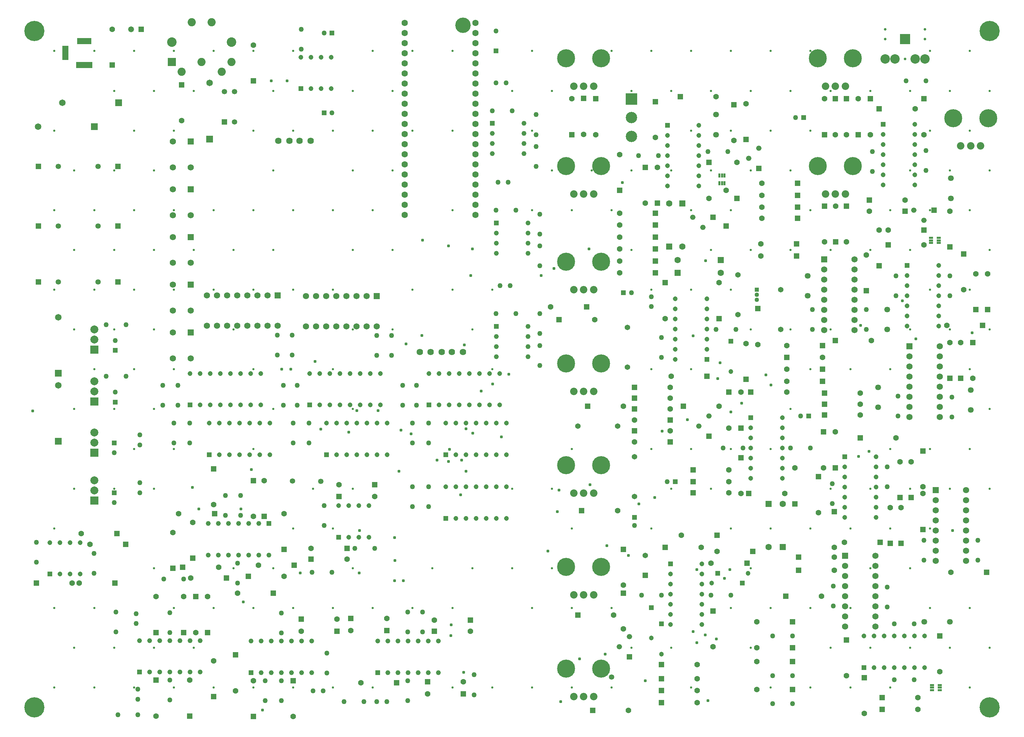
<source format=gbr>
%TF.GenerationSoftware,Altium Limited,Altium Designer,24.5.1 (21)*%
G04 Layer_Color=8388736*
%FSLAX45Y45*%
%MOMM*%
%TF.SameCoordinates,8E29BE87-1CC9-43BB-A625-A17C5A0C5C18*%
%TF.FilePolarity,Negative*%
%TF.FileFunction,Soldermask,Top*%
%TF.Part,Single*%
G01*
G75*
%TA.AperFunction,ComponentPad*%
%ADD19C,1.35000*%
%ADD22C,1.20000*%
%ADD28R,1.20000X1.20000*%
%ADD29R,1.35000X1.35000*%
%ADD32R,1.60000X1.60000*%
%ADD33C,1.60000*%
%ADD35R,1.20000X1.20000*%
%ADD38R,2.85420X2.85420*%
%ADD39C,2.85420*%
%ADD51C,2.05000*%
%ADD52C,2.39000*%
%ADD53R,2.05000X2.05000*%
%ADD58R,1.60000X1.60000*%
%TA.AperFunction,SMDPad,CuDef*%
%ADD76R,0.47600X1.07600*%
%ADD77R,1.07600X0.47600*%
%TA.AperFunction,ComponentPad*%
%ADD78C,5.07600*%
%ADD79C,1.57600*%
%ADD80R,1.57600X1.57600*%
%ADD81R,1.65100X1.65100*%
%ADD82C,1.65100*%
%ADD83C,1.42600*%
%ADD84R,1.42600X1.42600*%
%ADD85C,1.62560*%
%ADD86C,1.27600*%
%ADD87C,1.20600*%
%ADD88R,1.20600X1.20600*%
%ADD89C,4.53600*%
%ADD90C,1.87600*%
%ADD91R,1.20600X1.20600*%
%ADD92R,1.42600X1.42600*%
%ADD93R,1.27600X1.27600*%
%ADD94C,1.32600*%
%ADD95R,1.32600X1.32600*%
%ADD96C,1.37600*%
%ADD97C,1.12600*%
%ADD98R,1.12600X1.12600*%
%ADD99C,1.23500*%
%ADD100R,1.23500X1.23500*%
%ADD101C,1.60000*%
%ADD102C,3.87600*%
%ADD103R,1.27600X1.27600*%
%ADD104R,2.01100X2.01100*%
%ADD105C,2.01100*%
%ADD106C,1.35100*%
%ADD107R,1.35100X1.35100*%
%ADD108R,1.57600X3.57600*%
%ADD109R,3.57600X1.57600*%
%ADD110R,4.07600X1.57600*%
%ADD111R,1.65100X1.65100*%
%ADD112R,1.47600X1.47600*%
%ADD113C,1.47600*%
%ADD114R,1.23600X1.23600*%
%ADD115C,1.23600*%
%ADD116C,1.45700*%
%ADD117R,1.32600X1.32600*%
%ADD118R,1.37600X1.37600*%
%ADD119R,1.57600X1.57600*%
%ADD120R,2.62600X2.62600*%
%ADD121C,2.37600*%
%ADD122C,0.67600*%
%TA.AperFunction,ViaPad*%
%ADD123C,0.57600*%
%ADD124C,0.77600*%
%ADD125C,1.34600*%
D19*
X5272999Y15981000D02*
D03*
X5526999D02*
D03*
Y15218999D02*
D03*
D22*
X17518700Y3625002D02*
D03*
X18000000Y8943701D02*
D03*
X18431302Y3875004D02*
D03*
X15999998Y2243699D02*
D03*
X16250002Y1843700D02*
D03*
D28*
X18281299Y3625002D02*
D03*
X17668703Y3875004D02*
D03*
D29*
X5272999Y15218999D02*
D03*
D32*
X19300002Y4531203D02*
D03*
X18950000Y5618800D02*
D03*
X16774998Y13168803D02*
D03*
X16450000Y12081200D02*
D03*
D33*
X19300002Y5618800D02*
D03*
X18950000Y4531203D02*
D03*
X16656203Y11749999D02*
D03*
X17743800Y11425001D02*
D03*
X16774998Y12081200D02*
D03*
X16450000Y13168803D02*
D03*
D35*
X18000000Y9706300D02*
D03*
X15999998Y3006298D02*
D03*
X16250002Y2606299D02*
D03*
D38*
X15499998Y15794899D02*
D03*
D39*
Y15324998D02*
D03*
Y14855099D02*
D03*
D51*
X4449999Y17725999D02*
D03*
X4949998D02*
D03*
X4700001Y16725002D02*
D03*
X5450500D02*
D03*
X4199499Y16475999D02*
D03*
X5200498D02*
D03*
D52*
X3949502Y17226001D02*
D03*
X5450500D02*
D03*
D53*
X3949502Y16725002D02*
D03*
D58*
X17743800Y11749999D02*
D03*
X16656203Y11425001D02*
D03*
D76*
X17839999Y13674998D02*
D03*
X17775002D02*
D03*
X17709998D02*
D03*
Y13874998D02*
D03*
X17775002D02*
D03*
X17839999D02*
D03*
D77*
X23024998Y12305000D02*
D03*
Y12240001D02*
D03*
Y12174997D02*
D03*
X23224998D02*
D03*
Y12240001D02*
D03*
Y12305000D02*
D03*
X23050002Y1065002D02*
D03*
Y999998D02*
D03*
Y934999D02*
D03*
X23250002D02*
D03*
Y999998D02*
D03*
Y1065002D02*
D03*
D78*
X24500002Y499999D02*
D03*
Y17500002D02*
D03*
X499999Y499999D02*
D03*
Y17500002D02*
D03*
D79*
X7316998Y10075001D02*
D03*
X7570998D02*
D03*
X7824998D02*
D03*
X8078998D02*
D03*
X8332998D02*
D03*
X8586998D02*
D03*
X8840998D02*
D03*
X9094998D02*
D03*
X7316998Y10837001D02*
D03*
X7570998D02*
D03*
X7824998D02*
D03*
X8078998D02*
D03*
X8332998D02*
D03*
X8586998D02*
D03*
X8840998D02*
D03*
X4836003Y10094001D02*
D03*
X5090003D02*
D03*
X5344003D02*
D03*
X5598003D02*
D03*
X5852003D02*
D03*
X6106003D02*
D03*
X6360003D02*
D03*
X6614003D02*
D03*
X4836003Y10856001D02*
D03*
X5090003D02*
D03*
X5344003D02*
D03*
X5598003D02*
D03*
X5852003D02*
D03*
X6106003D02*
D03*
X6360003D02*
D03*
X3974998Y11125002D02*
D03*
Y10475001D02*
D03*
X4425000D02*
D03*
X3974998Y9924999D02*
D03*
Y9275003D02*
D03*
X4425000D02*
D03*
X3974998Y12324999D02*
D03*
Y11674998D02*
D03*
X4425000D02*
D03*
X3974998Y14725000D02*
D03*
Y14074998D02*
D03*
X4425000D02*
D03*
X3974998Y13525002D02*
D03*
Y12875002D02*
D03*
X4425000D02*
D03*
X20343999Y11510000D02*
D03*
Y11256000D02*
D03*
Y11002000D02*
D03*
Y10748000D02*
D03*
Y10494000D02*
D03*
Y10240000D02*
D03*
Y9986000D02*
D03*
X21105998Y11764000D02*
D03*
Y11510000D02*
D03*
Y11256000D02*
D03*
Y11002000D02*
D03*
Y10748000D02*
D03*
Y10494000D02*
D03*
Y10240000D02*
D03*
Y9986000D02*
D03*
X22488002Y9328998D02*
D03*
Y9074998D02*
D03*
Y8820998D02*
D03*
Y8566998D02*
D03*
Y8312998D02*
D03*
Y8058998D02*
D03*
Y7804998D02*
D03*
X23250002Y9582998D02*
D03*
Y9328998D02*
D03*
Y9074998D02*
D03*
Y8820998D02*
D03*
Y8566998D02*
D03*
Y8312998D02*
D03*
Y8058998D02*
D03*
Y7804998D02*
D03*
X20869000Y4060002D02*
D03*
Y3806002D02*
D03*
Y3552002D02*
D03*
Y3298002D02*
D03*
Y3044002D02*
D03*
Y2790002D02*
D03*
Y2536002D02*
D03*
X21631001Y4314002D02*
D03*
Y4060002D02*
D03*
Y3806002D02*
D03*
Y3552002D02*
D03*
Y3298002D02*
D03*
Y3044002D02*
D03*
Y2790002D02*
D03*
Y2536002D02*
D03*
X23144002Y5710001D02*
D03*
Y5456001D02*
D03*
Y5202001D02*
D03*
Y4948001D02*
D03*
Y4694001D02*
D03*
Y4440001D02*
D03*
Y4186001D02*
D03*
X23906001Y5964001D02*
D03*
Y5710001D02*
D03*
Y5456001D02*
D03*
Y5202001D02*
D03*
Y4948001D02*
D03*
Y4694001D02*
D03*
Y4440001D02*
D03*
Y4186001D02*
D03*
D80*
X9094998Y10837001D02*
D03*
X6614003Y10856001D02*
D03*
X4425000Y11125002D02*
D03*
Y9924999D02*
D03*
Y12324999D02*
D03*
Y14725000D02*
D03*
Y13525002D02*
D03*
D81*
X1099998Y8899997D02*
D03*
Y7189998D02*
D03*
X4900000Y14789998D02*
D03*
D82*
X1099998Y10309997D02*
D03*
Y8599998D02*
D03*
X1199998Y15699998D02*
D03*
X590001Y15100000D02*
D03*
X4900000Y16199998D02*
D03*
D83*
X18750002Y12149999D02*
D03*
Y11849999D02*
D03*
X17549998Y2025000D02*
D03*
X17500002Y4125001D02*
D03*
X18250002Y8425002D02*
D03*
X17950002Y7524999D02*
D03*
X19400002Y8699998D02*
D03*
Y9000002D02*
D03*
X20300000Y9300002D02*
D03*
X19400002Y9600001D02*
D03*
X19609999Y6520002D02*
D03*
X18250002Y5875000D02*
D03*
X19349998D02*
D03*
X17700000Y8075000D02*
D03*
X18674998Y9625000D02*
D03*
X18375000Y9650004D02*
D03*
X18150002Y14200002D02*
D03*
X4425000Y3750000D02*
D03*
X6774998Y3800003D02*
D03*
X5999998Y5300000D02*
D03*
X6274999Y6199998D02*
D03*
X5000000Y5599999D02*
D03*
X4125001Y5375001D02*
D03*
X9050000Y5799999D02*
D03*
X8150001Y6100003D02*
D03*
X7449998Y4500001D02*
D03*
X6774998Y5375001D02*
D03*
X5124999Y4025001D02*
D03*
X6125002Y4074998D02*
D03*
X8350001Y4225000D02*
D03*
X3974998Y4900000D02*
D03*
X5599999Y3375000D02*
D03*
X4475002Y5150002D02*
D03*
X7200001Y2420000D02*
D03*
X5550002Y919998D02*
D03*
X11450000Y2420000D02*
D03*
X10550002Y2695001D02*
D03*
X9349999Y2740000D02*
D03*
X8450001Y2429998D02*
D03*
X8099999Y2720000D02*
D03*
X4849998Y3285002D02*
D03*
X3550001D02*
D03*
X4549999Y2384999D02*
D03*
X4249999Y3285002D02*
D03*
X5000000Y1669999D02*
D03*
X8700003Y1119998D02*
D03*
X10375001Y845002D02*
D03*
X11274999Y1145002D02*
D03*
X3550001Y284998D02*
D03*
X4400001Y1185001D02*
D03*
X5999998Y1170000D02*
D03*
X7000001Y270002D02*
D03*
X14000002Y15799998D02*
D03*
X2449998Y17549998D02*
D03*
X4200002Y15250003D02*
D03*
X5999998Y17149998D02*
D03*
X15200000Y14400002D02*
D03*
X16474998Y8550001D02*
D03*
Y8275000D02*
D03*
Y7999999D02*
D03*
X14600002Y14900002D02*
D03*
X15575002Y7724999D02*
D03*
X14300002Y14908540D02*
D03*
X17624998Y15850002D02*
D03*
X16474998Y7450003D02*
D03*
X15575002Y7175002D02*
D03*
X16499997Y8825001D02*
D03*
X16099998Y14825000D02*
D03*
X15200000Y12924998D02*
D03*
X18075002Y14749998D02*
D03*
X18375000Y15675000D02*
D03*
X15200000Y12624999D02*
D03*
Y12324999D02*
D03*
X15850002Y13175000D02*
D03*
X16350000Y10275001D02*
D03*
X16150002Y14074998D02*
D03*
X15200000Y12025000D02*
D03*
X17449998Y13299998D02*
D03*
X17700000Y11174999D02*
D03*
X15200000Y11725001D02*
D03*
X17875002Y13499998D02*
D03*
X15200000Y11425001D02*
D03*
X19400002Y8425002D02*
D03*
X13470001Y10570002D02*
D03*
X1445001Y3625002D02*
D03*
X1620002D02*
D03*
X17950002Y6474998D02*
D03*
X1669999Y4875002D02*
D03*
X1894997Y4600001D02*
D03*
X14580000Y10250002D02*
D03*
X17950002Y6174999D02*
D03*
Y5899998D02*
D03*
X15300000Y2475001D02*
D03*
X17649998Y4425000D02*
D03*
X16750000Y4824999D02*
D03*
X15300000Y3574999D02*
D03*
X17249998Y4525000D02*
D03*
X15300000Y8075000D02*
D03*
X17149998Y1225001D02*
D03*
X15150003Y5450002D02*
D03*
X17149998Y1574998D02*
D03*
Y925002D02*
D03*
Y625003D02*
D03*
X15049998Y2824998D02*
D03*
X15424998Y425003D02*
D03*
X21399998Y11874998D02*
D03*
X21725002Y12500000D02*
D03*
X21525002Y9725000D02*
D03*
X23850002Y10999998D02*
D03*
X20630002Y13099998D02*
D03*
X24150000Y11400003D02*
D03*
X24449998D02*
D03*
X23424998Y10100000D02*
D03*
X24074998Y8774999D02*
D03*
X20350002Y12200001D02*
D03*
Y15799998D02*
D03*
X20899998Y12200001D02*
D03*
X21250002Y7850002D02*
D03*
X23499998Y9675002D02*
D03*
X21250002Y8399998D02*
D03*
X20324998Y6525001D02*
D03*
X23774998Y9675002D02*
D03*
X20899998Y14900002D02*
D03*
X22149998Y7275002D02*
D03*
X20624998Y14900002D02*
D03*
X21250002Y8124998D02*
D03*
X20624998Y7424999D02*
D03*
X22624998Y15550002D02*
D03*
X20200000Y5399999D02*
D03*
X21499998Y14900002D02*
D03*
X18774998Y13674998D02*
D03*
X22850003Y14900002D02*
D03*
X22249998Y6674998D02*
D03*
X22000002Y5524998D02*
D03*
X18774998Y13375000D02*
D03*
X20599998Y4525000D02*
D03*
X22524998Y6674998D02*
D03*
X22274997Y5524998D02*
D03*
X20599998Y4274998D02*
D03*
X18774998Y13075002D02*
D03*
X20850002Y4649998D02*
D03*
X20599998Y3950000D02*
D03*
X18774998Y12800000D02*
D03*
X22850003Y12125000D02*
D03*
X20275002Y3299998D02*
D03*
X22375002Y13250002D02*
D03*
X21199998Y15799998D02*
D03*
X21474998Y12975002D02*
D03*
X21949998Y12500000D02*
D03*
X23499998Y12975002D02*
D03*
X22824998Y6050001D02*
D03*
Y5875000D02*
D03*
X20899998Y1299997D02*
D03*
X18650002Y2650002D02*
D03*
X23525002Y3900002D02*
D03*
X18650002Y2000001D02*
D03*
Y1649999D02*
D03*
X21350000Y350002D02*
D03*
X18650002Y950001D02*
D03*
X22700000Y450002D02*
D03*
Y750001D02*
D03*
X23250002Y1399997D02*
D03*
D84*
X19649998Y12149999D02*
D03*
Y11849999D02*
D03*
X18399998Y4125001D02*
D03*
X20300000Y8699998D02*
D03*
Y9000002D02*
D03*
X19400002Y9300002D02*
D03*
X20300000Y9600001D02*
D03*
X18450002Y5875000D02*
D03*
X16800002Y8075000D02*
D03*
X5324998Y3750000D02*
D03*
X5875000Y3800003D02*
D03*
X5024999Y5375001D02*
D03*
X8150001Y5799999D02*
D03*
X9050000Y6100003D02*
D03*
X8350001Y4500001D02*
D03*
X4225000Y4025001D02*
D03*
X7025000Y4074998D02*
D03*
X7449998Y4225000D02*
D03*
X6500002Y3375000D02*
D03*
X8099999Y2420000D02*
D03*
X10550002D02*
D03*
X11450000Y2695001D02*
D03*
X8450001Y2740000D02*
D03*
X9349999Y2429998D02*
D03*
X7200001Y2720000D02*
D03*
X9600001Y1119998D02*
D03*
X11274999Y845002D02*
D03*
X10375001Y1145002D02*
D03*
X15575002Y8550001D02*
D03*
Y8275000D02*
D03*
Y7999999D02*
D03*
X16474998Y7724999D02*
D03*
X16725002Y15850002D02*
D03*
X15575002Y7450003D02*
D03*
X16474998Y7175002D02*
D03*
X17400002Y8825001D02*
D03*
X16100003Y12924998D02*
D03*
Y12624999D02*
D03*
Y12324999D02*
D03*
Y12025000D02*
D03*
Y11725001D02*
D03*
Y11425001D02*
D03*
X18499998Y8425002D02*
D03*
X14370000Y10570002D02*
D03*
X544998Y3625002D02*
D03*
X2520000D02*
D03*
X17049998Y6474998D02*
D03*
X2569997Y4875002D02*
D03*
X2795001Y4600001D02*
D03*
X13679997Y10250002D02*
D03*
X17049998Y6174999D02*
D03*
Y5899998D02*
D03*
X18550002Y4425000D02*
D03*
X17650003Y4824999D02*
D03*
X16350000Y4525000D02*
D03*
X14400002Y8075000D02*
D03*
X16250002Y1225001D02*
D03*
X14249998Y5450002D02*
D03*
X16250002Y1574998D02*
D03*
Y925002D02*
D03*
Y625003D02*
D03*
X14150000Y2824998D02*
D03*
X14525000Y425003D02*
D03*
X20624998Y9725000D02*
D03*
X24325002Y10100000D02*
D03*
X20349997Y7850002D02*
D03*
Y8399998D02*
D03*
X21250002Y7275002D02*
D03*
X20349997Y8124998D02*
D03*
X21725002Y15550002D02*
D03*
X19675003Y13674998D02*
D03*
Y13375000D02*
D03*
X19700002Y4274998D02*
D03*
X19675003Y13075002D02*
D03*
X21750000Y4649998D02*
D03*
X19700002Y3950000D02*
D03*
X19675003Y12800000D02*
D03*
X21949998Y12125000D02*
D03*
X19374998Y3299998D02*
D03*
X21474998Y13250002D02*
D03*
X22375002Y12975002D02*
D03*
X22850003Y12500000D02*
D03*
X19549998Y2650002D02*
D03*
X24425002Y3900002D02*
D03*
X19549998Y2000001D02*
D03*
Y1649999D02*
D03*
Y950001D02*
D03*
X21800002Y450002D02*
D03*
Y750001D02*
D03*
D85*
X11265002Y9434998D02*
D03*
X10985602Y9434982D02*
D03*
X10731602D02*
D03*
X10452202D02*
D03*
X10185502D02*
D03*
X6626850Y14743288D02*
D03*
X6906250Y14743303D02*
D03*
X7160250D02*
D03*
X7439650D02*
D03*
D86*
X22100002Y1199998D02*
D03*
X22600002D02*
D03*
X2300000Y10124999D02*
D03*
X2799999D02*
D03*
X22900000Y14000002D02*
D03*
Y14500002D02*
D03*
X21550000Y14474998D02*
D03*
Y13974998D02*
D03*
X18000000Y3325002D02*
D03*
X17500002D02*
D03*
X16250002D02*
D03*
X15750002D02*
D03*
X16399998Y6174999D02*
D03*
X20000002Y7025000D02*
D03*
X19500002D02*
D03*
X18299998D02*
D03*
X17800000D02*
D03*
X15999998Y10575000D02*
D03*
Y10825002D02*
D03*
X16250002Y9300002D02*
D03*
Y9800001D02*
D03*
X17624998Y10000000D02*
D03*
X18124998D02*
D03*
X7975001Y3900002D02*
D03*
X7475002D02*
D03*
X5599999Y3625002D02*
D03*
Y4125001D02*
D03*
X5300000Y5324998D02*
D03*
Y5825002D02*
D03*
X5675000Y5324998D02*
D03*
Y5825002D02*
D03*
X7775001Y5075001D02*
D03*
Y5575000D02*
D03*
X9050000Y4500001D02*
D03*
X8550001D02*
D03*
X4249999Y3725001D02*
D03*
X3750000D02*
D03*
X2550003Y2400000D02*
D03*
Y2899999D02*
D03*
X7850002Y1869999D02*
D03*
Y1370000D02*
D03*
X6700002Y2369998D02*
D03*
Y2870002D02*
D03*
X9875002Y2395002D02*
D03*
Y2895001D02*
D03*
X10250002D02*
D03*
Y2395002D02*
D03*
X3900002Y2384999D02*
D03*
Y2884998D02*
D03*
X3050002Y2859999D02*
D03*
Y2610002D02*
D03*
X9875002Y1170000D02*
D03*
Y670001D02*
D03*
X11550000Y1320002D02*
D03*
Y819998D02*
D03*
X9100002Y645003D02*
D03*
X9349999D02*
D03*
X8275000D02*
D03*
X8774999D02*
D03*
X3099999Y710001D02*
D03*
Y959998D02*
D03*
X2600000Y319999D02*
D03*
X3099999D02*
D03*
X3900002Y1185001D02*
D03*
Y685002D02*
D03*
X6299998Y670001D02*
D03*
Y1170000D02*
D03*
X6700002D02*
D03*
Y670001D02*
D03*
X7750002Y919998D02*
D03*
X7500000D02*
D03*
X10000000Y6050001D02*
D03*
Y5550002D02*
D03*
X10400000D02*
D03*
Y6050001D02*
D03*
X12100001Y17500002D02*
D03*
X10100000Y8099999D02*
D03*
Y8599998D02*
D03*
X9749998Y8099999D02*
D03*
Y8599998D02*
D03*
X3725001Y8099999D02*
D03*
Y8599998D02*
D03*
X4100002D02*
D03*
Y8099999D02*
D03*
X2500000Y6900001D02*
D03*
X2799999Y8825001D02*
D03*
X2300000D02*
D03*
X2524999Y8425002D02*
D03*
Y9725000D02*
D03*
X3150001Y7100001D02*
D03*
Y7349998D02*
D03*
Y5899998D02*
D03*
Y6150000D02*
D03*
X2500000Y5650001D02*
D03*
X7975001Y15450002D02*
D03*
X7775001Y17449998D02*
D03*
X7200001Y17049998D02*
D03*
Y17549998D02*
D03*
X4000002Y7149998D02*
D03*
Y7649997D02*
D03*
X9100002Y9349999D02*
D03*
Y9849998D02*
D03*
X9475003D02*
D03*
Y9349999D02*
D03*
X6749999Y8099999D02*
D03*
Y8599998D02*
D03*
X12349998Y16199998D02*
D03*
X12100001D02*
D03*
Y10400000D02*
D03*
X12600000D02*
D03*
X12100001Y12999998D02*
D03*
X12600000D02*
D03*
X12400001Y13699998D02*
D03*
X12149999D02*
D03*
X13099998Y15400000D02*
D03*
Y14900002D02*
D03*
Y14600002D02*
D03*
Y14100002D02*
D03*
X13199998Y12900000D02*
D03*
Y12400001D02*
D03*
Y12100001D02*
D03*
Y11600002D02*
D03*
Y10400000D02*
D03*
Y9900001D02*
D03*
Y9600001D02*
D03*
Y9100002D02*
D03*
X12000001Y15499998D02*
D03*
X12500000D02*
D03*
X7100001Y8099999D02*
D03*
Y8599998D02*
D03*
X12449998Y11099998D02*
D03*
X12200001D02*
D03*
X6975003Y9862500D02*
D03*
Y9362501D02*
D03*
X6598427D02*
D03*
Y9862500D02*
D03*
X15575002Y5075001D02*
D03*
X17424998Y14475003D02*
D03*
X17924998D02*
D03*
X15675000Y14375003D02*
D03*
X16174998D02*
D03*
X15499998Y10925002D02*
D03*
X544998Y4149999D02*
D03*
Y4649998D02*
D03*
X1994997Y4375003D02*
D03*
Y3874999D02*
D03*
X21399998Y10000000D02*
D03*
Y10499999D02*
D03*
X23550002Y7800000D02*
D03*
Y8299999D02*
D03*
X23499998Y10850001D02*
D03*
Y11350000D02*
D03*
X22149998D02*
D03*
Y10850001D02*
D03*
X20049998Y10000000D02*
D03*
Y10499999D02*
D03*
X22200002Y7824998D02*
D03*
Y8325002D02*
D03*
X19749998Y7824998D02*
D03*
X21925002Y6050001D02*
D03*
Y6550000D02*
D03*
X20550002Y5624998D02*
D03*
Y6125002D02*
D03*
X21925002Y3525002D02*
D03*
Y3024998D02*
D03*
X19625000Y15324998D02*
D03*
X20575002Y3550001D02*
D03*
Y3050002D02*
D03*
X24200002Y4200002D02*
D03*
Y4700001D02*
D03*
X22850003Y4200002D02*
D03*
Y4700001D02*
D03*
X19050000Y2300000D02*
D03*
X19549998D02*
D03*
X22100002Y2600000D02*
D03*
X22600002D02*
D03*
X19050000Y1300002D02*
D03*
X19549998D02*
D03*
X19050000Y599999D02*
D03*
X19549998D02*
D03*
X22400002Y16250002D02*
D03*
X22900000D02*
D03*
X4400001Y7649997D02*
D03*
Y7149998D02*
D03*
X7000001Y7649997D02*
D03*
Y7149998D02*
D03*
X7400000Y7649997D02*
D03*
Y7149998D02*
D03*
X10000000D02*
D03*
Y7649997D02*
D03*
X10400000D02*
D03*
Y7149998D02*
D03*
D87*
X4888001Y7647000D02*
D03*
X5142001D02*
D03*
X5396001D02*
D03*
X5650001D02*
D03*
X5904001D02*
D03*
X6158001D02*
D03*
X6412001D02*
D03*
Y6853001D02*
D03*
X6158001D02*
D03*
X5904001D02*
D03*
X5650001D02*
D03*
X5396001D02*
D03*
X5142001D02*
D03*
X22622002Y15162003D02*
D03*
Y14908002D02*
D03*
Y14654002D02*
D03*
Y14400002D02*
D03*
Y14146002D02*
D03*
Y13892001D02*
D03*
Y13638002D02*
D03*
X21828003D02*
D03*
Y13892001D02*
D03*
Y14146002D02*
D03*
Y14400002D02*
D03*
Y14654002D02*
D03*
Y14908002D02*
D03*
X17272000Y4112001D02*
D03*
Y3858001D02*
D03*
Y3604001D02*
D03*
Y3350001D02*
D03*
Y3096001D02*
D03*
Y2842001D02*
D03*
Y2588001D02*
D03*
X16478001D02*
D03*
Y2842001D02*
D03*
Y3096001D02*
D03*
Y3350001D02*
D03*
Y3604001D02*
D03*
Y3858001D02*
D03*
X19293997Y7787000D02*
D03*
Y7533000D02*
D03*
Y7279000D02*
D03*
Y7025000D02*
D03*
Y6771000D02*
D03*
Y6517000D02*
D03*
Y6263000D02*
D03*
X18499998D02*
D03*
Y6517000D02*
D03*
Y6771000D02*
D03*
Y7025000D02*
D03*
Y7279000D02*
D03*
Y7533000D02*
D03*
X16603000Y9246001D02*
D03*
Y9500001D02*
D03*
Y9754001D02*
D03*
Y10008001D02*
D03*
Y10262001D02*
D03*
Y10516001D02*
D03*
Y10770001D02*
D03*
X17396999D02*
D03*
Y10516001D02*
D03*
Y10262001D02*
D03*
Y10008001D02*
D03*
Y9754001D02*
D03*
Y9500001D02*
D03*
X8144002Y5572003D02*
D03*
X8398002D02*
D03*
X8652002D02*
D03*
X8906002D02*
D03*
Y4777999D02*
D03*
X8652002D02*
D03*
X8398002D02*
D03*
X10838002Y6046998D02*
D03*
X11092002D02*
D03*
X11346002D02*
D03*
X11600002D02*
D03*
X11854002D02*
D03*
X12108002D02*
D03*
X12362002D02*
D03*
Y5252999D02*
D03*
X12108002D02*
D03*
X11854002D02*
D03*
X11600002D02*
D03*
X11346002D02*
D03*
X11092002D02*
D03*
X10664998Y8103001D02*
D03*
X10918998D02*
D03*
X11172998D02*
D03*
X11426998D02*
D03*
X11680998D02*
D03*
X11934998D02*
D03*
X12188998D02*
D03*
Y8897000D02*
D03*
X11934998D02*
D03*
X11680998D02*
D03*
X11426998D02*
D03*
X11172998D02*
D03*
X10918998D02*
D03*
X10664998D02*
D03*
X10410998D02*
D03*
X4665000Y8103001D02*
D03*
X4919000D02*
D03*
X5173000D02*
D03*
X5427000D02*
D03*
X5681000D02*
D03*
X5935000D02*
D03*
X6189000D02*
D03*
Y8897000D02*
D03*
X5935000D02*
D03*
X5681000D02*
D03*
X5427000D02*
D03*
X5173000D02*
D03*
X4919000D02*
D03*
X4665000D02*
D03*
X4411000D02*
D03*
X7448001Y16052998D02*
D03*
X7702001D02*
D03*
X7956001D02*
D03*
Y16847002D02*
D03*
X7702001D02*
D03*
X7448001D02*
D03*
X7194001D02*
D03*
X7664999Y8103001D02*
D03*
X7918999D02*
D03*
X8172999D02*
D03*
X8426999D02*
D03*
X8680999D02*
D03*
X8934999D02*
D03*
X9188999D02*
D03*
Y8897000D02*
D03*
X8934999D02*
D03*
X8680999D02*
D03*
X8426999D02*
D03*
X8172999D02*
D03*
X7918999D02*
D03*
X7664999D02*
D03*
X7410999D02*
D03*
X16403000Y14883003D02*
D03*
Y14629002D02*
D03*
Y14375003D02*
D03*
Y14121004D02*
D03*
Y13867003D02*
D03*
Y13613004D02*
D03*
X17196999D02*
D03*
Y13867003D02*
D03*
Y14121004D02*
D03*
Y14375003D02*
D03*
Y14629002D02*
D03*
Y14883003D02*
D03*
Y15137003D02*
D03*
X1143000Y3853002D02*
D03*
X1397000D02*
D03*
X1651000D02*
D03*
Y4647001D02*
D03*
X1397000D02*
D03*
X1143000D02*
D03*
X889000D02*
D03*
X22428001Y11358001D02*
D03*
Y11104001D02*
D03*
Y10850001D02*
D03*
Y10596001D02*
D03*
Y10342001D02*
D03*
Y10088001D02*
D03*
X23222002D02*
D03*
Y10342001D02*
D03*
Y10596001D02*
D03*
Y10850001D02*
D03*
Y11104001D02*
D03*
Y11358001D02*
D03*
Y11612001D02*
D03*
X20856001Y6545001D02*
D03*
Y6291001D02*
D03*
Y6037001D02*
D03*
Y5783001D02*
D03*
Y5529001D02*
D03*
Y5275001D02*
D03*
X21650000D02*
D03*
Y5529001D02*
D03*
Y5783001D02*
D03*
Y6037001D02*
D03*
Y6291001D02*
D03*
Y6545001D02*
D03*
Y6799001D02*
D03*
X21592001Y1502999D02*
D03*
X21846002D02*
D03*
X22100002D02*
D03*
X22354002D02*
D03*
X22608002D02*
D03*
X22862003D02*
D03*
Y2296998D02*
D03*
X22608002D02*
D03*
X22354002D02*
D03*
X22100002D02*
D03*
X21846002D02*
D03*
X21592001D02*
D03*
X21338002D02*
D03*
X8091998Y6853001D02*
D03*
X8345998D02*
D03*
X8599998D02*
D03*
X8853998D02*
D03*
X9107998D02*
D03*
X9361998D02*
D03*
Y7647000D02*
D03*
X9107998D02*
D03*
X8853998D02*
D03*
X8599998D02*
D03*
X8345998D02*
D03*
X8091998D02*
D03*
X7837998D02*
D03*
X11092002Y6853001D02*
D03*
X11346002D02*
D03*
X11600002D02*
D03*
X11854002D02*
D03*
X12108002D02*
D03*
X12362002D02*
D03*
Y7647000D02*
D03*
X12108002D02*
D03*
X11854002D02*
D03*
X11600002D02*
D03*
X11346002D02*
D03*
X11092002D02*
D03*
X10838002D02*
D03*
D88*
X4888001Y6853001D02*
D03*
X8144002Y4777999D02*
D03*
X10838002Y5252999D02*
D03*
X10410998Y8103001D02*
D03*
X4411000D02*
D03*
X7194001Y16052998D02*
D03*
X7410999Y8103001D02*
D03*
X889000Y3853002D02*
D03*
X21338002Y1502999D02*
D03*
X7837998Y6853001D02*
D03*
X10838002D02*
D03*
D89*
X21065002Y16814998D02*
D03*
X20184999D02*
D03*
X13859998Y14108333D02*
D03*
X14740001D02*
D03*
X13859998Y16814998D02*
D03*
X14740001D02*
D03*
X13859998Y11701668D02*
D03*
X14740001D02*
D03*
X13859998Y9145001D02*
D03*
X14740001D02*
D03*
X13859998Y6588333D02*
D03*
X14740001D02*
D03*
X13859998Y4031666D02*
D03*
X14740001D02*
D03*
X13859998Y1474998D02*
D03*
X14740001D02*
D03*
X20184999Y14108333D02*
D03*
X21065002D02*
D03*
X23585002Y15315001D02*
D03*
X24465001D02*
D03*
D90*
X20875000Y16114999D02*
D03*
X20624998D02*
D03*
X20375002D02*
D03*
X14050000Y13408334D02*
D03*
X14300002D02*
D03*
X14549998D02*
D03*
X14050000Y16114999D02*
D03*
X14300002D02*
D03*
X14549998D02*
D03*
X14050000Y11001665D02*
D03*
X14300002D02*
D03*
X14549998D02*
D03*
X14050000Y8445002D02*
D03*
X14300002D02*
D03*
X14549998D02*
D03*
X14050000Y5888335D02*
D03*
X14300002D02*
D03*
X14549998D02*
D03*
X14050000Y3331667D02*
D03*
X14300002D02*
D03*
X14549998D02*
D03*
X14050000Y775000D02*
D03*
X14300002D02*
D03*
X14549998D02*
D03*
X20375002Y13408334D02*
D03*
X20624998D02*
D03*
X20875000D02*
D03*
X23774998Y14614996D02*
D03*
X24025002D02*
D03*
X24274998D02*
D03*
D91*
X21828003Y15162003D02*
D03*
X16478001Y4112001D02*
D03*
X18499998Y7787000D02*
D03*
X17396999Y9246001D02*
D03*
X16403000Y15137003D02*
D03*
X22428001Y11612001D02*
D03*
X20856001Y6799001D02*
D03*
D92*
X17549998Y2925003D02*
D03*
X18250002Y7524999D02*
D03*
X17950002Y8425002D02*
D03*
X19609999Y5619999D02*
D03*
X18250002Y6775003D02*
D03*
X18674998Y10525003D02*
D03*
X18375000Y8750000D02*
D03*
X18150002Y13299998D02*
D03*
X5999998Y6199998D02*
D03*
X6274999Y5300000D02*
D03*
X5000000Y6500002D02*
D03*
X6774998Y4475002D02*
D03*
X3974998Y4000002D02*
D03*
X4475002Y4249999D02*
D03*
X5550002Y1820001D02*
D03*
X4849998Y2384999D02*
D03*
X3550001D02*
D03*
X4549999Y3285002D02*
D03*
X4249999Y2384999D02*
D03*
X5000000Y770001D02*
D03*
X3550001Y1185001D02*
D03*
X4400001Y284998D02*
D03*
X5999998Y270002D02*
D03*
X7000001Y1170000D02*
D03*
X14000002Y14900002D02*
D03*
X2449998Y16650000D02*
D03*
X4200002Y16150002D02*
D03*
X5999998Y16250002D02*
D03*
X15200000Y13499998D02*
D03*
X14600002Y15799998D02*
D03*
X14300002Y15808543D02*
D03*
X16099998Y15725003D02*
D03*
X18075002Y15650002D02*
D03*
X18375000Y14775002D02*
D03*
X15850002Y14074998D02*
D03*
X16350000Y11174999D02*
D03*
X16150002Y13175000D02*
D03*
X17449998Y14200002D02*
D03*
X17700000Y10275001D02*
D03*
X17875002Y12600000D02*
D03*
X15300000Y3375000D02*
D03*
Y4475002D02*
D03*
X21399998Y10975000D02*
D03*
X21725002Y11600002D02*
D03*
X23850002Y11900002D02*
D03*
X20630002Y12200001D02*
D03*
X24150000Y10499999D02*
D03*
X24449998D02*
D03*
X24074998Y9675002D02*
D03*
X20350002Y13099998D02*
D03*
Y14900002D02*
D03*
X20899998Y13099998D02*
D03*
X23499998Y8774999D02*
D03*
X20324998Y7424999D02*
D03*
X23774998Y8774999D02*
D03*
X20899998Y15799998D02*
D03*
X20624998D02*
D03*
Y6525001D02*
D03*
X20200000Y6300003D02*
D03*
X21499998Y15799998D02*
D03*
X22850003D02*
D03*
X22249998Y5775000D02*
D03*
X22000002Y4625000D02*
D03*
X20599998Y5424998D02*
D03*
X22524998Y5775000D02*
D03*
X22274997Y4625000D02*
D03*
X21199998Y14900002D02*
D03*
X23499998Y12075003D02*
D03*
X22824998Y6949999D02*
D03*
Y4975001D02*
D03*
X20899998Y2200001D02*
D03*
X21350000Y1250000D02*
D03*
X23250002Y2300000D02*
D03*
D93*
X16600002Y6174999D02*
D03*
X7775001Y15450002D02*
D03*
X7975001Y17449998D02*
D03*
X15300000Y10925002D02*
D03*
X19949998Y7824998D02*
D03*
X19825000Y15324998D02*
D03*
D94*
X17446498Y7829001D02*
D03*
X17192497Y7575001D02*
D03*
X18696498Y14554002D02*
D03*
X18442497Y14300002D02*
D03*
X17295998Y12570998D02*
D03*
X17041998Y12824998D02*
D03*
X15192502Y2025000D02*
D03*
X15446503Y2279000D02*
D03*
X22850003Y12742499D02*
D03*
X22596004Y12996500D02*
D03*
D95*
X17446498Y7321001D02*
D03*
X18696498Y14046002D02*
D03*
X15446503Y1771000D02*
D03*
D96*
X18175000Y11374999D02*
D03*
Y10375001D02*
D03*
X19250000Y10999998D02*
D03*
Y10000000D02*
D03*
X15400000Y10050003D02*
D03*
Y9050000D02*
D03*
X14150000Y7575001D02*
D03*
X15149998D02*
D03*
X15575002Y5799999D02*
D03*
Y6800002D02*
D03*
X15850002Y4325000D02*
D03*
D97*
X18650002Y10748000D02*
D03*
Y10875000D02*
D03*
D98*
Y11002000D02*
D03*
D99*
X6386998Y4328099D02*
D03*
X6132998D02*
D03*
X5878998D02*
D03*
X5624998D02*
D03*
X5370998D02*
D03*
X5116998D02*
D03*
X4862998D02*
D03*
Y5121900D02*
D03*
X5116998D02*
D03*
X5370998D02*
D03*
X5624998D02*
D03*
X5878998D02*
D03*
X6132998D02*
D03*
X5938002Y2166899D02*
D03*
X6192002D02*
D03*
X6446002D02*
D03*
X6700002D02*
D03*
X6954002D02*
D03*
X7208002D02*
D03*
X7462002D02*
D03*
Y1373099D02*
D03*
X7208002D02*
D03*
X6954002D02*
D03*
X6700002D02*
D03*
X6446002D02*
D03*
X6192002D02*
D03*
X9121003Y2169998D02*
D03*
X9375003D02*
D03*
X9629003D02*
D03*
X9883003D02*
D03*
X10137003D02*
D03*
X10391003D02*
D03*
X10645003D02*
D03*
Y1376202D02*
D03*
X10391003D02*
D03*
X10137003D02*
D03*
X9883003D02*
D03*
X9629003D02*
D03*
X9375003D02*
D03*
X3138002Y2181901D02*
D03*
X3392002D02*
D03*
X3646002D02*
D03*
X3900002D02*
D03*
X4154002D02*
D03*
X4408002D02*
D03*
X4662002D02*
D03*
Y1388100D02*
D03*
X4408002D02*
D03*
X4154002D02*
D03*
X3900002D02*
D03*
X3646002D02*
D03*
X3392002D02*
D03*
D100*
X6386998Y5121900D02*
D03*
X5938002Y1373099D02*
D03*
X9121003Y1376202D02*
D03*
X3138002Y1388100D02*
D03*
D101*
X11582959Y17703400D02*
D03*
Y17449399D02*
D03*
Y17195399D02*
D03*
Y16941399D02*
D03*
Y16687399D02*
D03*
Y16433398D02*
D03*
Y16179399D02*
D03*
Y15925398D02*
D03*
Y15671399D02*
D03*
Y15417400D02*
D03*
Y15163399D02*
D03*
Y14909399D02*
D03*
Y14655399D02*
D03*
Y14401399D02*
D03*
Y14147398D02*
D03*
Y13893399D02*
D03*
Y13639400D02*
D03*
Y13385399D02*
D03*
Y13131400D02*
D03*
Y12877399D02*
D03*
X9804959D02*
D03*
Y13131400D02*
D03*
Y13385399D02*
D03*
Y13639400D02*
D03*
Y13893399D02*
D03*
Y14147398D02*
D03*
Y14401399D02*
D03*
Y14655399D02*
D03*
Y14909399D02*
D03*
Y15163399D02*
D03*
Y15417400D02*
D03*
Y15671399D02*
D03*
Y15925398D02*
D03*
Y16179399D02*
D03*
Y16433398D02*
D03*
Y16687399D02*
D03*
Y16941399D02*
D03*
Y17195399D02*
D03*
Y17449399D02*
D03*
Y17703400D02*
D03*
D102*
X11265002Y17647519D02*
D03*
D103*
X12100001Y17000002D02*
D03*
X2500000Y7149998D02*
D03*
X2524999Y8175000D02*
D03*
Y9475003D02*
D03*
X2500000Y5899998D02*
D03*
X15575002Y5275001D02*
D03*
D104*
X2000001Y5699999D02*
D03*
Y8191998D02*
D03*
Y6900001D02*
D03*
Y9492000D02*
D03*
D105*
Y5953999D02*
D03*
Y6207999D02*
D03*
Y8445998D02*
D03*
Y8699998D02*
D03*
Y7154001D02*
D03*
Y7408001D02*
D03*
Y9746000D02*
D03*
Y10000000D02*
D03*
D106*
X1099998Y14100002D02*
D03*
X2100001D02*
D03*
X1099998Y12600000D02*
D03*
X2100001D02*
D03*
X1099998Y11199998D02*
D03*
X2100001D02*
D03*
D107*
X599999Y14100002D02*
D03*
X2600000D02*
D03*
X599999Y12600000D02*
D03*
X2600000D02*
D03*
X599999Y11199998D02*
D03*
X2600000D02*
D03*
D108*
X1280003Y16949998D02*
D03*
D109*
X1749999Y17249998D02*
D03*
D110*
Y16650000D02*
D03*
D111*
X2610002Y15699998D02*
D03*
X2000001Y15100000D02*
D03*
D112*
X3177002Y17549998D02*
D03*
D113*
X2922991D02*
D03*
D114*
X12002999Y15181001D02*
D03*
X12102998Y12681001D02*
D03*
Y10081001D02*
D03*
D115*
X12002999Y14927000D02*
D03*
Y14673001D02*
D03*
Y14419000D02*
D03*
X12796998D02*
D03*
Y14673001D02*
D03*
Y14927000D02*
D03*
Y15181001D02*
D03*
X12102998Y12427001D02*
D03*
Y12173001D02*
D03*
Y11919001D02*
D03*
X12897002D02*
D03*
Y12173001D02*
D03*
Y12427001D02*
D03*
Y12681001D02*
D03*
X12102998Y9827001D02*
D03*
Y9573001D02*
D03*
Y9319001D02*
D03*
X12897002D02*
D03*
Y9573001D02*
D03*
Y9827001D02*
D03*
Y10081001D02*
D03*
D116*
X17624998Y14900002D02*
D03*
Y15400000D02*
D03*
X21925002Y10000000D02*
D03*
Y10499999D02*
D03*
X19925000Y11350000D02*
D03*
Y10850001D02*
D03*
X21700002Y8050002D02*
D03*
Y8550001D02*
D03*
X24025002Y7975001D02*
D03*
Y8475000D02*
D03*
X23525002Y13799998D02*
D03*
Y13299998D02*
D03*
X23499998Y2649997D02*
D03*
X22860001D02*
D03*
D117*
X17549998Y12824998D02*
D03*
X23104002Y12996500D02*
D03*
D118*
X15850002Y3825001D02*
D03*
D119*
X20343999Y11764000D02*
D03*
X22488002Y9582998D02*
D03*
X20869000Y4314002D02*
D03*
X23144002Y5964001D02*
D03*
D120*
X22375002Y17300002D02*
D03*
D121*
X21874998Y16800002D02*
D03*
X22875002D02*
D03*
X22125000D02*
D03*
X22624998D02*
D03*
D122*
X21874998Y17549998D02*
D03*
Y17300002D02*
D03*
X22375002Y16800002D02*
D03*
X22875002Y17300002D02*
D03*
Y17549998D02*
D03*
D123*
X24000002Y17000002D02*
D03*
X24500002Y16000002D02*
D03*
X24000002Y15000000D02*
D03*
X24500002Y14000000D02*
D03*
X24000002Y13000000D02*
D03*
X24500002Y12000000D02*
D03*
X24000002Y11000000D02*
D03*
X24500002Y10000000D02*
D03*
X24000002Y9000000D02*
D03*
X24500002Y8000000D02*
D03*
X24000002Y7000000D02*
D03*
X24500002Y6000000D02*
D03*
X24000002Y3000000D02*
D03*
X24500002Y2000000D02*
D03*
X24000002Y1000000D02*
D03*
X23000002Y17000002D02*
D03*
X23500002Y16000002D02*
D03*
X23000002Y15000000D02*
D03*
X23500002Y14000000D02*
D03*
X23000002Y13000000D02*
D03*
Y11000000D02*
D03*
X23500002Y10000000D02*
D03*
X23000002Y7000000D02*
D03*
X23500002Y6000000D02*
D03*
X23000002Y5000000D02*
D03*
Y3000000D02*
D03*
X23500002Y2000000D02*
D03*
X22500002Y16000002D02*
D03*
Y14000000D02*
D03*
X22000002Y13000000D02*
D03*
X22500002Y12000000D02*
D03*
Y10000000D02*
D03*
X22000002Y9000000D02*
D03*
Y7000000D02*
D03*
X22500002Y6000000D02*
D03*
X22000002Y5000000D02*
D03*
X22500002Y4000000D02*
D03*
Y2000000D02*
D03*
X22000002Y1000000D02*
D03*
X21500002Y16000002D02*
D03*
Y12000000D02*
D03*
X21000002Y9000000D02*
D03*
X21500002Y6000000D02*
D03*
X21000002Y5000000D02*
D03*
X21500002Y4000000D02*
D03*
X21000002Y3000000D02*
D03*
X21500002Y2000000D02*
D03*
X21000002Y1000000D02*
D03*
X20000002Y17000002D02*
D03*
X20500002Y16000002D02*
D03*
X20000002Y15000000D02*
D03*
Y13000000D02*
D03*
X20500002Y12000000D02*
D03*
Y10000000D02*
D03*
X20000002Y9000000D02*
D03*
X20500002Y6000000D02*
D03*
X20000002Y5000000D02*
D03*
Y3000000D02*
D03*
X20500002Y2000000D02*
D03*
X20000002Y1000000D02*
D03*
X19000002Y17000002D02*
D03*
X19500002Y16000002D02*
D03*
X19000002Y15000000D02*
D03*
X19500002Y14000000D02*
D03*
Y12000000D02*
D03*
Y10000000D02*
D03*
Y8000000D02*
D03*
X19000002Y7000000D02*
D03*
Y5000000D02*
D03*
Y3000000D02*
D03*
Y1000000D02*
D03*
X18000002Y17000002D02*
D03*
X18500002Y16000002D02*
D03*
X18000002Y15000000D02*
D03*
X18500002Y14000000D02*
D03*
X18000002Y13000000D02*
D03*
X18500002Y12000000D02*
D03*
X18000002Y11000000D02*
D03*
X18500002Y10000000D02*
D03*
X18000002Y7000000D02*
D03*
Y5000000D02*
D03*
X18500002Y4000000D02*
D03*
X18000002Y3000000D02*
D03*
X18500002Y2000000D02*
D03*
X17000002Y17000002D02*
D03*
X17500002Y16000002D02*
D03*
X17000002Y15000000D02*
D03*
X17500002Y14000000D02*
D03*
X17000002Y13000000D02*
D03*
X17500002Y12000000D02*
D03*
X17000002Y11000000D02*
D03*
Y9000000D02*
D03*
Y7000000D02*
D03*
X17500002Y6000000D02*
D03*
X17000002Y1000000D02*
D03*
X16000002Y17000002D02*
D03*
X16500002Y16000002D02*
D03*
Y14000000D02*
D03*
X16000002Y11000000D02*
D03*
Y9000000D02*
D03*
Y7000000D02*
D03*
X16500002Y6000000D02*
D03*
X16000002Y5000000D02*
D03*
X16500002Y2000000D02*
D03*
X15000000Y17000002D02*
D03*
X15500000Y16000002D02*
D03*
Y14000000D02*
D03*
X15000000Y13000000D02*
D03*
X15500000Y12000000D02*
D03*
X15000000Y3000000D02*
D03*
X15500000Y2000000D02*
D03*
X15000000Y1000000D02*
D03*
X14500000Y14000000D02*
D03*
X14000000Y13000000D02*
D03*
Y7000000D02*
D03*
Y5000000D02*
D03*
Y3000000D02*
D03*
Y1000000D02*
D03*
X13000000Y17000002D02*
D03*
X13500000Y16000002D02*
D03*
X13000000Y15000000D02*
D03*
X13500000Y14000000D02*
D03*
X13000000Y13000000D02*
D03*
X13500000Y6000000D02*
D03*
Y4000000D02*
D03*
X13000000Y3000000D02*
D03*
Y1000000D02*
D03*
X12500000Y16000002D02*
D03*
X12000000Y11000000D02*
D03*
Y9000000D02*
D03*
X12500000Y6000000D02*
D03*
Y4000000D02*
D03*
X12000000Y1000000D02*
D03*
X11000000Y17000002D02*
D03*
Y15000000D02*
D03*
Y13000000D02*
D03*
Y11000000D02*
D03*
X11500000Y10000000D02*
D03*
Y4000000D02*
D03*
X11000000Y3000000D02*
D03*
Y1000000D02*
D03*
X10000000Y17000002D02*
D03*
Y15000000D02*
D03*
Y11000000D02*
D03*
X10500000Y4000000D02*
D03*
X10000000Y3000000D02*
D03*
X9000000Y17000002D02*
D03*
X9500000Y16000002D02*
D03*
X9000000Y15000000D02*
D03*
X9500000Y14000000D02*
D03*
X9000000Y13000000D02*
D03*
X9500000Y12000000D02*
D03*
Y10000000D02*
D03*
X9000000Y3000000D02*
D03*
Y1000000D02*
D03*
X8500000Y16000002D02*
D03*
X8000000Y15000000D02*
D03*
X8500000Y14000000D02*
D03*
X8000000Y13000000D02*
D03*
X8500000Y12000000D02*
D03*
X8000000Y11000000D02*
D03*
X8500000Y10000000D02*
D03*
X8000000Y9000000D02*
D03*
X8500000Y8000000D02*
D03*
Y6000000D02*
D03*
X8000000Y5000000D02*
D03*
X8500000Y4000000D02*
D03*
X8000000Y3000000D02*
D03*
Y1000000D02*
D03*
X7000000Y17000002D02*
D03*
Y15000000D02*
D03*
Y13000000D02*
D03*
Y11000000D02*
D03*
X7500000Y6000000D02*
D03*
X7000000Y5000000D02*
D03*
Y3000000D02*
D03*
Y1000000D02*
D03*
X6000000Y17000002D02*
D03*
X6500000Y16000002D02*
D03*
X6000000Y15000000D02*
D03*
X6500000Y14000000D02*
D03*
X6000000Y13000000D02*
D03*
X6500000Y12000000D02*
D03*
X6000000Y11000000D02*
D03*
Y9000000D02*
D03*
X6500000Y8000000D02*
D03*
X6000000Y7000000D02*
D03*
X6500000Y4000000D02*
D03*
X6000000Y3000000D02*
D03*
Y1000000D02*
D03*
X5000000Y17000002D02*
D03*
Y13000000D02*
D03*
X5500000Y12000000D02*
D03*
X5000000Y11000000D02*
D03*
X5500000Y10000000D02*
D03*
Y4000000D02*
D03*
X5000000Y3000000D02*
D03*
Y1000000D02*
D03*
X4000000Y17000002D02*
D03*
X4500000Y16000002D02*
D03*
X4000000Y15000000D02*
D03*
Y13000000D02*
D03*
X4500000Y12000000D02*
D03*
X4000000Y11000000D02*
D03*
Y9000000D02*
D03*
Y7000000D02*
D03*
Y3000000D02*
D03*
X4500000Y2000000D02*
D03*
X4000000Y1000000D02*
D03*
X3000000Y17000002D02*
D03*
X3500000Y16000002D02*
D03*
X3000000Y15000000D02*
D03*
X3500000Y14000000D02*
D03*
X3000000Y13000000D02*
D03*
X3500000Y12000000D02*
D03*
X3000000Y11000000D02*
D03*
X3500000Y10000000D02*
D03*
X3000000Y9000000D02*
D03*
X3500000Y8000000D02*
D03*
X3000000Y7000000D02*
D03*
X3500000Y6000000D02*
D03*
Y4000000D02*
D03*
Y2000000D02*
D03*
X3000000Y1000000D02*
D03*
X2000000Y17000002D02*
D03*
X2500000Y16000002D02*
D03*
Y14000000D02*
D03*
X2000000Y13000000D02*
D03*
X2500000Y12000000D02*
D03*
X2000000Y11000000D02*
D03*
X2500000Y10000000D02*
D03*
X2000000Y9000000D02*
D03*
X2500000Y8000000D02*
D03*
Y6000000D02*
D03*
X2000000Y3000000D02*
D03*
X2500000Y2000000D02*
D03*
X2000000Y1000000D02*
D03*
X1000000Y17000002D02*
D03*
Y15000000D02*
D03*
X1500000Y14000000D02*
D03*
X1000000Y13000000D02*
D03*
X1500000Y12000000D02*
D03*
X1000000Y11000000D02*
D03*
X1500000Y10000000D02*
D03*
Y8000000D02*
D03*
Y6000000D02*
D03*
X1000000Y5000000D02*
D03*
Y3000000D02*
D03*
X1500000Y2000000D02*
D03*
X1000000Y1000000D02*
D03*
D124*
X7690000Y7500000D02*
D03*
X6710000Y9000000D02*
D03*
X6940000D02*
D03*
X13680000Y5960000D02*
D03*
X17630000Y2220000D02*
D03*
X17139920Y2128520D02*
D03*
X11508740Y7396352D02*
D03*
X9654540Y6441440D02*
D03*
X11230000Y6720000D02*
D03*
X5950000Y6480000D02*
D03*
X7180000Y3880000D02*
D03*
X9770000Y3690000D02*
D03*
X9550000D02*
D03*
X24060001Y9920000D02*
D03*
X22310001Y10720000D02*
D03*
X21260001Y10100000D02*
D03*
X23570000Y4950000D02*
D03*
X21210001Y6810000D02*
D03*
X21470000Y6940000D02*
D03*
X14430000Y12030000D02*
D03*
X17730000Y9166889D02*
D03*
X17670000Y8770000D02*
D03*
X13639999Y5420000D02*
D03*
X10960000Y2310000D02*
D03*
X10970000Y2580000D02*
D03*
X10900000Y6680000D02*
D03*
X11500000Y12030000D02*
D03*
X11460000Y11360000D02*
D03*
X9130000Y7960000D02*
D03*
X8600000D02*
D03*
X8670000Y4950000D02*
D03*
X9550000Y4770000D02*
D03*
X9560000Y4190000D02*
D03*
X8660000Y3880000D02*
D03*
X18270000Y8150000D02*
D03*
X18000000Y7930000D02*
D03*
X13723648Y650000D02*
D03*
X13550000Y11538694D02*
D03*
X13230000Y11360000D02*
D03*
X15850000Y1170000D02*
D03*
X16080000Y5780000D02*
D03*
X15689999Y5620000D02*
D03*
X17360001Y11730000D02*
D03*
X11300000Y9610000D02*
D03*
X12010000Y8630000D02*
D03*
X11721851Y8454186D02*
D03*
X10230002Y9849998D02*
D03*
X9831639Y9634510D02*
D03*
X14880000Y4569998D02*
D03*
X17838577Y3741420D02*
D03*
X18882359Y8862060D02*
D03*
X11206480Y5844540D02*
D03*
X15424998Y4318000D02*
D03*
X12420600Y8877300D02*
D03*
X17139920Y3964940D02*
D03*
X9705340Y7470140D02*
D03*
X10932160Y6985000D02*
D03*
X4465320Y6029960D02*
D03*
X457200Y7957200D02*
D03*
X16271240Y7444740D02*
D03*
X17349998Y2320000D02*
D03*
X10899999Y12100001D02*
D03*
X10250002Y12246000D02*
D03*
X5742940Y3149600D02*
D03*
X14836140Y1844040D02*
D03*
X17049998Y2409998D02*
D03*
X14200002Y1725000D02*
D03*
X17420001Y670001D02*
D03*
X6450000Y16250002D02*
D03*
X6849999D02*
D03*
X17045940Y9845040D02*
D03*
X14457680Y6098540D02*
D03*
X22649181Y9766300D02*
D03*
X4630420Y5486400D02*
D03*
X6228080Y434340D02*
D03*
X11279698Y1380002D02*
D03*
X17975580Y3964940D02*
D03*
X16908780Y7736840D02*
D03*
X15267940Y13693140D02*
D03*
X5689600Y5486400D02*
D03*
X19004280Y8602980D02*
D03*
X13398500Y4428500D02*
D03*
X8400639Y7419360D02*
D03*
X9960610Y7374890D02*
D03*
X10617200Y6718300D02*
D03*
X11343640Y7506579D02*
D03*
X12229998Y7297420D02*
D03*
X11346002Y6441440D02*
D03*
X7549998Y9200002D02*
D03*
D125*
X7690000Y6180000D02*
D03*
X6980000Y6190000D02*
D03*
X14998700Y1262380D02*
D03*
%TF.MD5,59d20556b72134a419d48e1d94b53aac*%
M02*

</source>
